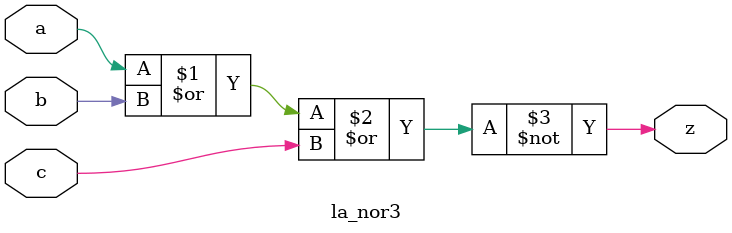
<source format=v>


module la_nor3 #(
    parameter PROP = "DEFAULT"
) (
    input  a,
    input  b,
    input  c,
    output z
);

    assign z = ~(a | b | c);

endmodule

</source>
